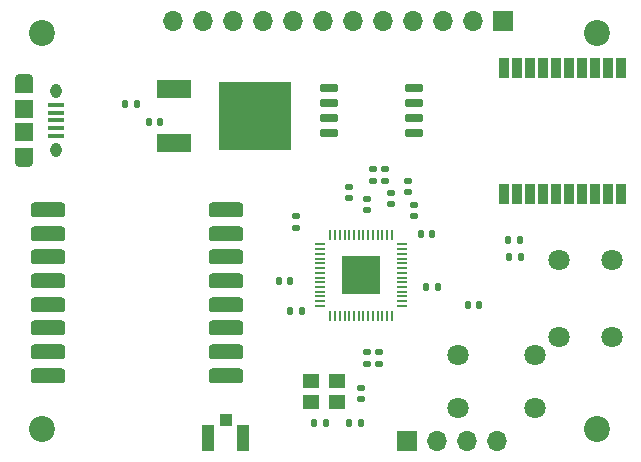
<source format=gbr>
%TF.GenerationSoftware,KiCad,Pcbnew,8.0.4*%
%TF.CreationDate,2024-08-04T17:25:46-04:00*%
%TF.ProjectId,board,626f6172-642e-46b6-9963-61645f706362,rev?*%
%TF.SameCoordinates,Original*%
%TF.FileFunction,Soldermask,Top*%
%TF.FilePolarity,Negative*%
%FSLAX46Y46*%
G04 Gerber Fmt 4.6, Leading zero omitted, Abs format (unit mm)*
G04 Created by KiCad (PCBNEW 8.0.4) date 2024-08-04 17:25:46*
%MOMM*%
%LPD*%
G01*
G04 APERTURE LIST*
G04 Aperture macros list*
%AMRoundRect*
0 Rectangle with rounded corners*
0 $1 Rounding radius*
0 $2 $3 $4 $5 $6 $7 $8 $9 X,Y pos of 4 corners*
0 Add a 4 corners polygon primitive as box body*
4,1,4,$2,$3,$4,$5,$6,$7,$8,$9,$2,$3,0*
0 Add four circle primitives for the rounded corners*
1,1,$1+$1,$2,$3*
1,1,$1+$1,$4,$5*
1,1,$1+$1,$6,$7*
1,1,$1+$1,$8,$9*
0 Add four rect primitives between the rounded corners*
20,1,$1+$1,$2,$3,$4,$5,0*
20,1,$1+$1,$4,$5,$6,$7,0*
20,1,$1+$1,$6,$7,$8,$9,0*
20,1,$1+$1,$8,$9,$2,$3,0*%
G04 Aperture macros list end*
%ADD10R,1.000000X1.050000*%
%ADD11R,1.050000X2.200000*%
%ADD12C,1.800000*%
%ADD13RoundRect,0.140000X-0.170000X0.140000X-0.170000X-0.140000X0.170000X-0.140000X0.170000X0.140000X0*%
%ADD14RoundRect,0.135000X-0.185000X0.135000X-0.185000X-0.135000X0.185000X-0.135000X0.185000X0.135000X0*%
%ADD15C,2.200000*%
%ADD16R,1.700000X1.700000*%
%ADD17O,1.700000X1.700000*%
%ADD18RoundRect,0.140000X0.140000X0.170000X-0.140000X0.170000X-0.140000X-0.170000X0.140000X-0.170000X0*%
%ADD19RoundRect,0.140000X0.170000X-0.140000X0.170000X0.140000X-0.170000X0.140000X-0.170000X-0.140000X0*%
%ADD20RoundRect,0.135000X-0.135000X-0.185000X0.135000X-0.185000X0.135000X0.185000X-0.135000X0.185000X0*%
%ADD21RoundRect,0.317500X-1.157500X-0.317500X1.157500X-0.317500X1.157500X0.317500X-1.157500X0.317500X0*%
%ADD22RoundRect,0.140000X-0.140000X-0.170000X0.140000X-0.170000X0.140000X0.170000X-0.140000X0.170000X0*%
%ADD23RoundRect,0.150000X-0.650000X-0.150000X0.650000X-0.150000X0.650000X0.150000X-0.650000X0.150000X0*%
%ADD24R,1.350000X0.400000*%
%ADD25O,1.550000X0.890000*%
%ADD26R,1.550000X1.200000*%
%ADD27O,0.950000X1.250000*%
%ADD28R,1.550000X1.500000*%
%ADD29R,0.900000X1.800000*%
%ADD30RoundRect,0.050000X-0.387500X-0.050000X0.387500X-0.050000X0.387500X0.050000X-0.387500X0.050000X0*%
%ADD31RoundRect,0.050000X-0.050000X-0.387500X0.050000X-0.387500X0.050000X0.387500X-0.050000X0.387500X0*%
%ADD32R,3.200000X3.200000*%
%ADD33R,1.400000X1.200000*%
%ADD34RoundRect,0.135000X0.135000X0.185000X-0.135000X0.185000X-0.135000X-0.185000X0.135000X-0.185000X0*%
%ADD35R,3.000000X1.600000*%
%ADD36R,6.200000X5.800000*%
G04 APERTURE END LIST*
D10*
%TO.C,J1*%
X60525000Y-62262500D03*
D11*
X59050000Y-63787500D03*
X62000000Y-63787500D03*
%TD*%
D12*
%TO.C,SW2*%
X86750000Y-61250000D03*
X80250000Y-61250000D03*
X86750000Y-56750000D03*
X80250000Y-56750000D03*
%TD*%
%TO.C,SW1*%
X88750000Y-55250000D03*
X88750000Y-48750000D03*
X93250000Y-55250000D03*
X93250000Y-48750000D03*
%TD*%
D13*
%TO.C,C5*%
X66500000Y-45020000D03*
X66500000Y-45980000D03*
%TD*%
D14*
%TO.C,R2*%
X73000000Y-40980000D03*
X73000000Y-42000000D03*
%TD*%
D15*
%TO.C,REF\u002A\u002A*%
X45000000Y-29500000D03*
%TD*%
D16*
%TO.C,J2*%
X75920000Y-64000000D03*
D17*
X78460000Y-64000000D03*
X81000000Y-64000000D03*
X83540000Y-64000000D03*
%TD*%
D18*
%TO.C,C15*%
X69000000Y-62500000D03*
X68040000Y-62500000D03*
%TD*%
D19*
%TO.C,C16*%
X72000000Y-60480000D03*
X72000000Y-59520000D03*
%TD*%
D20*
%TO.C,R8*%
X65980000Y-53000000D03*
X67000000Y-53000000D03*
%TD*%
D15*
%TO.C,REF\u002A\u002A*%
X92000000Y-29500000D03*
%TD*%
D16*
%TO.C,J3*%
X84000000Y-28500000D03*
D17*
X81460000Y-28500000D03*
X78920000Y-28500000D03*
X76380000Y-28500000D03*
X73840000Y-28500000D03*
X71300000Y-28500000D03*
X68760000Y-28500000D03*
X66220000Y-28500000D03*
X63680000Y-28500000D03*
X61140000Y-28500000D03*
X58600000Y-28500000D03*
X56060000Y-28500000D03*
%TD*%
D21*
%TO.C,U4*%
X45475000Y-44500000D03*
X45475000Y-46500000D03*
X45475000Y-48500000D03*
X45475000Y-50500000D03*
X45475000Y-52500000D03*
X45475000Y-54500000D03*
X45475000Y-56500000D03*
X45475000Y-58500000D03*
X60525000Y-58500000D03*
X60525000Y-56500000D03*
X60525000Y-54500000D03*
X60525000Y-52500000D03*
X60525000Y-50500000D03*
X60525000Y-48500000D03*
X60525000Y-46500000D03*
X60525000Y-44500000D03*
%TD*%
D13*
%TO.C,C9*%
X73500000Y-56540000D03*
X73500000Y-57500000D03*
%TD*%
D19*
%TO.C,C11*%
X74500000Y-44000000D03*
X74500000Y-43040000D03*
%TD*%
D22*
%TO.C,C12*%
X52040000Y-35500000D03*
X53000000Y-35500000D03*
%TD*%
D18*
%TO.C,C1*%
X78000000Y-46500000D03*
X77040000Y-46500000D03*
%TD*%
D23*
%TO.C,U2*%
X69300000Y-34190000D03*
X69300000Y-35460000D03*
X69300000Y-36730000D03*
X69300000Y-38000000D03*
X76500000Y-38000000D03*
X76500000Y-36730000D03*
X76500000Y-35460000D03*
X76500000Y-34190000D03*
%TD*%
D14*
%TO.C,R1*%
X73990000Y-40980000D03*
X73990000Y-42000000D03*
%TD*%
D15*
%TO.C,REF\u002A\u002A*%
X45000000Y-63000000D03*
%TD*%
D20*
%TO.C,R7*%
X70980000Y-62500000D03*
X72000000Y-62500000D03*
%TD*%
D24*
%TO.C,J4*%
X46200000Y-35600000D03*
X46200000Y-36250000D03*
X46200000Y-36900000D03*
X46200000Y-37550000D03*
X46200000Y-38200000D03*
D25*
X43500000Y-33400000D03*
D26*
X43500000Y-34000000D03*
D27*
X46200000Y-34400000D03*
D28*
X43500000Y-35900000D03*
X43500000Y-37900000D03*
D27*
X46200000Y-39400000D03*
D26*
X43500000Y-39800000D03*
D25*
X43500000Y-40400000D03*
%TD*%
D29*
%TO.C,U5*%
X94000000Y-32500500D03*
X92900000Y-32500000D03*
X91800000Y-32500000D03*
X90700000Y-32500000D03*
X89600000Y-32500000D03*
X88500000Y-32500000D03*
X87400000Y-32500000D03*
X86300000Y-32500000D03*
X85200000Y-32500000D03*
X84100000Y-32500000D03*
X84100000Y-43128000D03*
X85200000Y-43128000D03*
X86300000Y-43128000D03*
X87400000Y-43128000D03*
X88500000Y-43128000D03*
X89600000Y-43128000D03*
X90700000Y-43128000D03*
X91800000Y-43128000D03*
X92900000Y-43128000D03*
X94000000Y-43128000D03*
%TD*%
D18*
%TO.C,C13*%
X54980000Y-37000000D03*
X54020000Y-37000000D03*
%TD*%
D30*
%TO.C,U1*%
X68562500Y-47400000D03*
X68562500Y-47800000D03*
X68562500Y-48200000D03*
X68562500Y-48600000D03*
X68562500Y-49000000D03*
X68562500Y-49400000D03*
X68562500Y-49800000D03*
X68562500Y-50200000D03*
X68562500Y-50600000D03*
X68562500Y-51000000D03*
X68562500Y-51400000D03*
X68562500Y-51800000D03*
X68562500Y-52200000D03*
X68562500Y-52600000D03*
D31*
X69400000Y-53437500D03*
X69800000Y-53437500D03*
X70200000Y-53437500D03*
X70600000Y-53437500D03*
X71000000Y-53437500D03*
X71400000Y-53437500D03*
X71800000Y-53437500D03*
X72200000Y-53437500D03*
X72600000Y-53437500D03*
X73000000Y-53437500D03*
X73400000Y-53437500D03*
X73800000Y-53437500D03*
X74200000Y-53437500D03*
X74600000Y-53437500D03*
D30*
X75437500Y-52600000D03*
X75437500Y-52200000D03*
X75437500Y-51800000D03*
X75437500Y-51400000D03*
X75437500Y-51000000D03*
X75437500Y-50600000D03*
X75437500Y-50200000D03*
X75437500Y-49800000D03*
X75437500Y-49400000D03*
X75437500Y-49000000D03*
X75437500Y-48600000D03*
X75437500Y-48200000D03*
X75437500Y-47800000D03*
X75437500Y-47400000D03*
D31*
X74600000Y-46562500D03*
X74200000Y-46562500D03*
X73800000Y-46562500D03*
X73400000Y-46562500D03*
X73000000Y-46562500D03*
X72600000Y-46562500D03*
X72200000Y-46562500D03*
X71800000Y-46562500D03*
X71400000Y-46562500D03*
X71000000Y-46562500D03*
X70600000Y-46562500D03*
X70200000Y-46562500D03*
X69800000Y-46562500D03*
X69400000Y-46562500D03*
D32*
X72000000Y-50000000D03*
%TD*%
D22*
%TO.C,C4*%
X65020000Y-50500000D03*
X65980000Y-50500000D03*
%TD*%
D18*
%TO.C,C2*%
X78480000Y-51000000D03*
X77520000Y-51000000D03*
%TD*%
D15*
%TO.C,REF\u002A\u002A*%
X92000000Y-63000000D03*
%TD*%
D20*
%TO.C,R6*%
X84480000Y-47000000D03*
X85500000Y-47000000D03*
%TD*%
D33*
%TO.C,Y1*%
X67800000Y-60700000D03*
X70000000Y-60700000D03*
X70000000Y-59000000D03*
X67800000Y-59000000D03*
%TD*%
D13*
%TO.C,C6*%
X72500000Y-43520000D03*
X72500000Y-44480000D03*
%TD*%
%TO.C,C7*%
X76500000Y-44040000D03*
X76500000Y-45000000D03*
%TD*%
D19*
%TO.C,C8*%
X76000000Y-43000000D03*
X76000000Y-42040000D03*
%TD*%
D34*
%TO.C,R5*%
X85510000Y-48500000D03*
X84490000Y-48500000D03*
%TD*%
D19*
%TO.C,C10*%
X71000000Y-43480000D03*
X71000000Y-42520000D03*
%TD*%
%TO.C,C3*%
X72500000Y-57500000D03*
X72500000Y-56540000D03*
%TD*%
D22*
%TO.C,C14*%
X81020000Y-52500000D03*
X81980000Y-52500000D03*
%TD*%
D35*
%TO.C,U3*%
X56152000Y-34210000D03*
D36*
X63000000Y-36500000D03*
D35*
X56152000Y-38790000D03*
%TD*%
M02*

</source>
